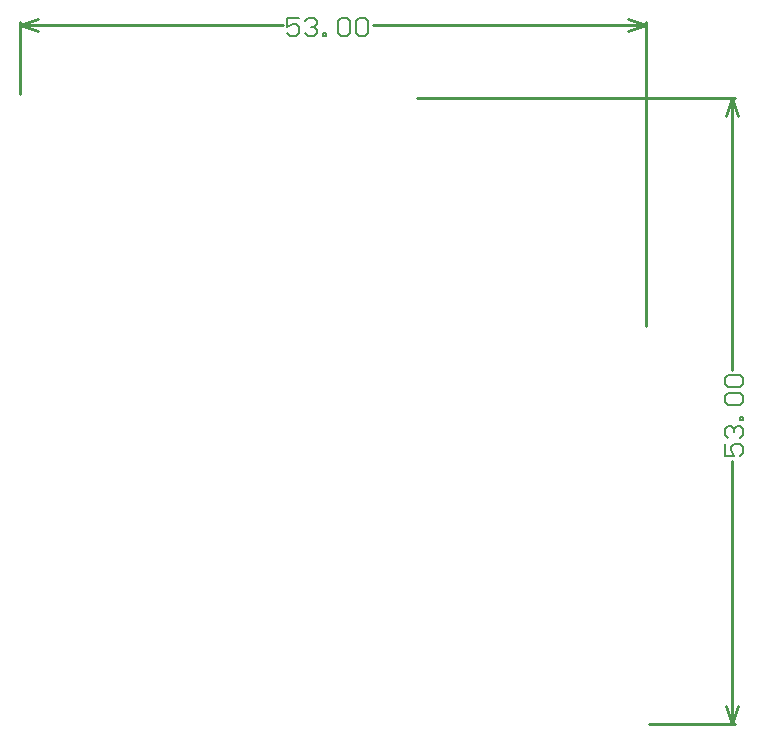
<source format=gm1>
G04 Layer_Color=16711935*
%FSAX25Y25*%
%MOIN*%
G70*
G01*
G75*
%ADD15C,0.01000*%
%ADD73C,0.00600*%
D15*
X0015209Y0288386D02*
Y0312402D01*
X0223870Y0211027D02*
Y0312402D01*
X0015209Y0311402D02*
X0102844D01*
X0133035D02*
X0223870D01*
X0015209D02*
X0021209Y0309401D01*
X0015209Y0311402D02*
X0021209Y0313402D01*
X0217870D02*
X0223870Y0311402D01*
X0217870Y0309401D02*
X0223870Y0311402D01*
X0147708Y0287189D02*
X0253610D01*
X0225067Y0078527D02*
X0253610D01*
X0252610Y0196354D02*
Y0287189D01*
Y0078527D02*
Y0166163D01*
X0250610Y0281189D02*
X0252610Y0287189D01*
X0254610Y0281189D01*
X0252610Y0078527D02*
X0254610Y0084527D01*
X0250610D02*
X0252610Y0078527D01*
D73*
X0108442Y0313801D02*
X0104444D01*
Y0310802D01*
X0106443Y0311801D01*
X0107443D01*
X0108442Y0310802D01*
Y0308802D01*
X0107443Y0307803D01*
X0105443D01*
X0104444Y0308802D01*
X0110442Y0312801D02*
X0111442Y0313801D01*
X0113441D01*
X0114441Y0312801D01*
Y0311801D01*
X0113441Y0310802D01*
X0112441D01*
X0113441D01*
X0114441Y0309802D01*
Y0308802D01*
X0113441Y0307803D01*
X0111442D01*
X0110442Y0308802D01*
X0116440Y0307803D02*
Y0308802D01*
X0117439D01*
Y0307803D01*
X0116440D01*
X0121438Y0312801D02*
X0122438Y0313801D01*
X0124437D01*
X0125437Y0312801D01*
Y0308802D01*
X0124437Y0307803D01*
X0122438D01*
X0121438Y0308802D01*
Y0312801D01*
X0127436D02*
X0128436Y0313801D01*
X0130435D01*
X0131435Y0312801D01*
Y0308802D01*
X0130435Y0307803D01*
X0128436D01*
X0127436Y0308802D01*
Y0312801D01*
X0250211Y0171761D02*
Y0167763D01*
X0253210D01*
X0252210Y0169762D01*
Y0170762D01*
X0253210Y0171761D01*
X0255210D01*
X0256209Y0170762D01*
Y0168762D01*
X0255210Y0167763D01*
X0251211Y0173761D02*
X0250211Y0174760D01*
Y0176760D01*
X0251211Y0177759D01*
X0252210D01*
X0253210Y0176760D01*
Y0175760D01*
Y0176760D01*
X0254210Y0177759D01*
X0255210D01*
X0256209Y0176760D01*
Y0174760D01*
X0255210Y0173761D01*
X0256209Y0179759D02*
X0255210D01*
Y0180758D01*
X0256209D01*
Y0179759D01*
X0251211Y0184757D02*
X0250211Y0185757D01*
Y0187756D01*
X0251211Y0188756D01*
X0255210D01*
X0256209Y0187756D01*
Y0185757D01*
X0255210Y0184757D01*
X0251211D01*
Y0190755D02*
X0250211Y0191755D01*
Y0193754D01*
X0251211Y0194754D01*
X0255210D01*
X0256209Y0193754D01*
Y0191755D01*
X0255210Y0190755D01*
X0251211D01*
M02*

</source>
